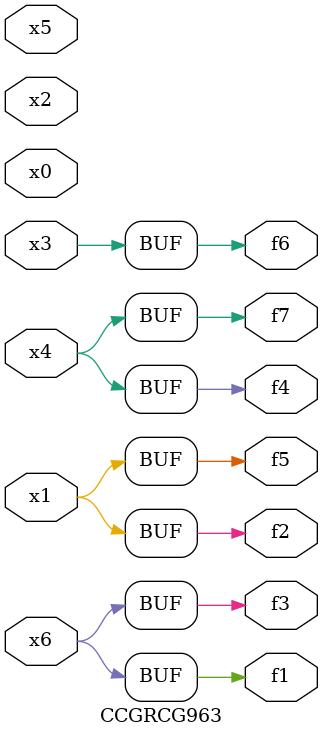
<source format=v>
module CCGRCG963(
	input x0, x1, x2, x3, x4, x5, x6,
	output f1, f2, f3, f4, f5, f6, f7
);
	assign f1 = x6;
	assign f2 = x1;
	assign f3 = x6;
	assign f4 = x4;
	assign f5 = x1;
	assign f6 = x3;
	assign f7 = x4;
endmodule

</source>
